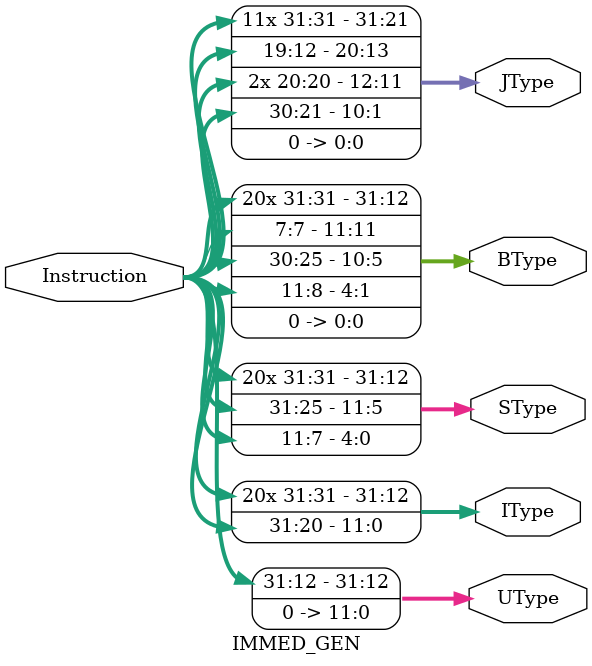
<source format=sv>
`timescale 1ns / 1ps


module IMMED_GEN(
// initializing inputs and outputs
    input logic [31:7] Instruction,
    output logic [31:0] UType,IType,SType,BType,JType
    );
    
    always_comb 
    begin 
    //U type formatting
    UType={Instruction[31:12],12'b0};
    //I type formatting
    IType={{21{Instruction[31]}}, Instruction[30:20]};
    //S type formatting
    SType={{21{Instruction[31]}}, Instruction[30:25], Instruction[11:7]};
    //B type formatting
    BType={{20{Instruction[31]}}, Instruction[7], Instruction[30:25], Instruction[11:8],1'b0};
    //J type formatting
    JType={{12{Instruction[31]}}, Instruction[19:12],{2{Instruction[20]}}, Instruction[30:21],1'b0};
    end
endmodule

</source>
